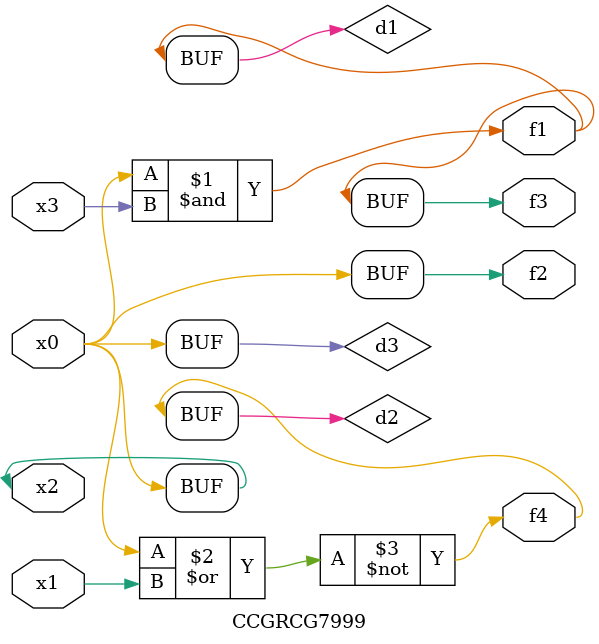
<source format=v>
module CCGRCG7999(
	input x0, x1, x2, x3,
	output f1, f2, f3, f4
);

	wire d1, d2, d3;

	and (d1, x2, x3);
	nor (d2, x0, x1);
	buf (d3, x0, x2);
	assign f1 = d1;
	assign f2 = d3;
	assign f3 = d1;
	assign f4 = d2;
endmodule

</source>
